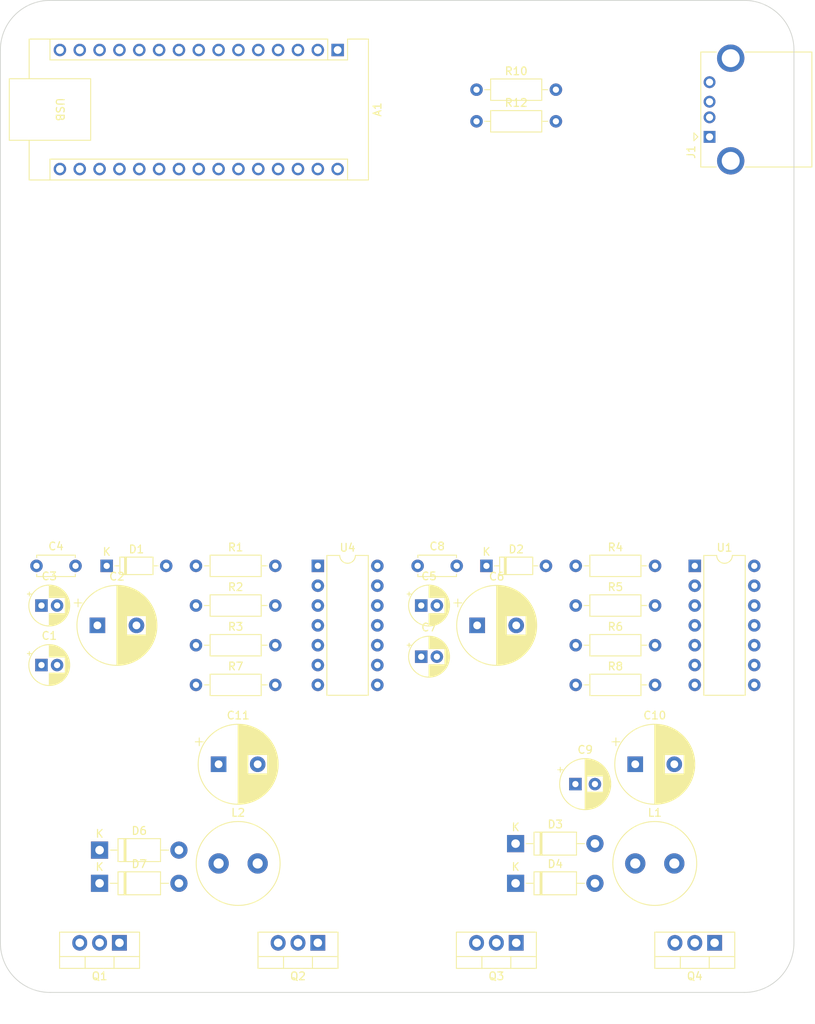
<source format=kicad_pcb>
(kicad_pcb (version 20221018) (generator pcbnew)
  (layers (0 "F.Cu" signal) (31 "B.Cu" signal) (34 "B.Paste" user) (35 "F.Paste" user) (36 "B.SilkS" user "B.Silkscreen") (37 "F.SilkS" user "F.Silkscreen") (38 "B.Mask" user) (39 "F.Mask" user) (44 "Edge.Cuts" user))
  (net 0 "")
  (net 4 "GND")
  (net 12 "PWM_High")
  (net 13 "PWM_Low")
  (net 14 "PWM_MPPT")
  (net 19 "Battery_Voltage")
  (net 20 "PV_Voltage")
  (net 21 "PV_Current")
  (net 27 "5V")
  (net 29 "12V")
  (net 30 "-Bidirectional_DCDC_Load")
  (net 31 "+Bidirectional_DCDC_Load")
  (net 32 "Battery_V_Sensor")
  (net 33 "-DCDC_Load")
  (net 34 "+PV")
  (net 35 "Net-(D1-K)")
  (net 36 "Net-(D2-K)")
  (net 37 "VS")
  (net 38 "+DCDC_Load")
  (net 43 "Gate_High_1")
  (net 44 "Gate_High")
  (net 45 "Gate_Low")
  (net 46 "Net-(U1-LO)")
  (net 47 "Net-(U1-HO)")
  (net 48 "Gate_Low_1")
  (net 50 "VS_1")
  (net 51 "Net-(U4-LO)")
  (net 52 "Net-(U4-HO)")
  (net 59 "Net-(D6-K)")
  (net 60 "Net-(D7-A)")
  (footprint "Capacitor_THT:CP_Radial_D10.0mm_P5.00mm" (layer "F.Cu") (at 53.34 121.92)
    (fp_text reference "C11" (at 2.5 -6.25) (layer "F.SilkS"))
    (fp_text value "1000uF")
    (pad "1" thru_hole rect (at 0 0) (size 2 2) (drill 1) (layers "*.Cu" "*.Mask") (net 33 "-DCDC_Load"))
    (pad "2" thru_hole circle (at 5 0) (size 2 2) (drill 1) (layers "*.Cu" "*.Mask") (net 38 "+DCDC_Load"))
  )
  (footprint "Package_TO_SOT_THT:TO-220-3_Vertical" (layer "F.Cu") (at 40.64 144.78 180)
    (fp_text reference "Q1" (at 2.54 -4.27) (layer "F.SilkS"))
    (fp_text value "IRF540N")
    (pad "1" thru_hole rect (at 0 0 180) (size 1.905 2) (drill 1.1) (layers "*.Cu" "*.Mask") (net 43 "Gate_High_1"))
    (pad "2" thru_hole oval (at 2.54 0 180) (size 1.905 2) (drill 1.1) (layers "*.Cu" "*.Mask") (net 34 "+PV"))
    (pad "3" thru_hole oval (at 5.08 0 180) (size 1.905 2) (drill 1.1) (layers "*.Cu" "*.Mask") (net 59 "Net-(D6-K)"))
  )
  (footprint "Resistor_THT:R_Axial_DIN0207_L6.3mm_D2.5mm_P10.16mm_Horizontal" (layer "F.Cu") (at 50.439775 96.52)
    (fp_text reference "R1" (at 5.08 -2.37) (layer "F.SilkS"))
    (fp_text value "20")
    (pad "1" thru_hole circle (at 0 0) (size 1.6 1.6) (drill 0.8) (layers "*.Cu" "*.Mask") (net 45 "Gate_Low"))
    (pad "2" thru_hole oval (at 10.16 0) (size 1.6 1.6) (drill 0.8) (layers "*.Cu" "*.Mask") (net 51 "Net-(U4-LO)"))
  )
  (footprint "Inductor_THT:L_Radial_D10.5mm_P5.00mm_Abacron_AISR-01" (layer "F.Cu") (at 106.68 134.62)
    (fp_text reference "L1" (at 2.5 -6.5) (layer "F.SilkS"))
    (fp_text value "100mH")
    (pad "1" thru_hole circle (at 0 0) (size 2.6 2.6) (drill 1.3) (layers "*.Cu" "*.Mask") (net 37 "VS"))
    (pad "2" thru_hole circle (at 5 0) (size 2.6 2.6) (drill 1.3) (layers "*.Cu" "*.Mask") (net 32 "Battery_V_Sensor"))
  )
  (footprint "Module:Arduino_Nano" (layer "F.Cu") (at 68.58 30.48 -90)
    (fp_text reference "A1" (at 7.62 -5.08 90) (layer "F.SilkS"))
    (fp_text value "Arduino_Nano_v3.x")
    (fp_text user "USB" (at 7.62 35.56 -90 unlocked) (layer "F.SilkS"))
    (pad "1" thru_hole rect (at 0 0 270) (size 1.6 1.6) (drill 1) (layers "*.Cu" "*.Mask"))
    (pad "2" thru_hole oval (at 0 2.54 270) (size 1.6 1.6) (drill 1) (layers "*.Cu" "*.Mask"))
    (pad "3" thru_hole oval (at 0 5.08 270) (size 1.6 1.6) (drill 1) (layers "*.Cu" "*.Mask"))
    (pad "4" thru_hole oval (at 0 7.62 270) (size 1.6 1.6) (drill 1) (layers "*.Cu" "*.Mask") (net 4 "GND"))
    (pad "5" thru_hole oval (at 0 10.16 270) (size 1.6 1.6) (drill 1) (layers "*.Cu" "*.Mask"))
    (pad "6" thru_hole oval (at 0 12.7 270) (size 1.6 1.6) (drill 1) (layers "*.Cu" "*.Mask"))
    (pad "7" thru_hole oval (at 0 15.24 270) (size 1.6 1.6) (drill 1) (layers "*.Cu" "*.Mask"))
    (pad "8" thru_hole oval (at 0 17.78 270) (size 1.6 1.6) (drill 1) (layers "*.Cu" "*.Mask"))
    (pad "9" thru_hole oval (at 0 20.32 270) (size 1.6 1.6) (drill 1) (layers "*.Cu" "*.Mask"))
    (pad "10" thru_hole oval (at 0 22.86 270) (size 1.6 1.6) (drill 1) (layers "*.Cu" "*.Mask"))
    (pad "11" thru_hole oval (at 0 25.4 270) (size 1.6 1.6) (drill 1) (layers "*.Cu" "*.Mask"))
    (pad "12" thru_hole oval (at 0 27.94 270) (size 1.6 1.6) (drill 1) (layers "*.Cu" "*.Mask") (net 13 "PWM_Low"))
    (pad "13" thru_hole oval (at 0 30.48 270) (size 1.6 1.6) (drill 1) (layers "*.Cu" "*.Mask") (net 12 "PWM_High"))
    (pad "14" thru_hole oval (at 0 33.02 270) (size 1.6 1.6) (drill 1) (layers "*.Cu" "*.Mask") (net 14 "PWM_MPPT"))
    (pad "15" thru_hole oval (at 0 35.56 270) (size 1.6 1.6) (drill 1) (layers "*.Cu" "*.Mask"))
    (pad "16" thru_hole oval (at 15.24 35.56 270) (size 1.6 1.6) (drill 1) (layers "*.Cu" "*.Mask"))
    (pad "17" thru_hole oval (at 15.24 33.02 270) (size 1.6 1.6) (drill 1) (layers "*.Cu" "*.Mask"))
    (pad "18" thru_hole oval (at 15.24 30.48 270) (size 1.6 1.6) (drill 1) (layers "*.Cu" "*.Mask"))
    (pad "19" thru_hole oval (at 15.24 27.94 270) (size 1.6 1.6) (drill 1) (layers "*.Cu" "*.Mask") (net 19 "Battery_Voltage"))
    (pad "20" thru_hole oval (at 15.24 25.4 270) (size 1.6 1.6) (drill 1) (layers "*.Cu" "*.Mask") (net 20 "PV_Voltage"))
    (pad "21" thru_hole oval (at 15.24 22.86 270) (size 1.6 1.6) (drill 1) (layers "*.Cu" "*.Mask") (net 21 "PV_Current"))
    (pad "22" thru_hole oval (at 15.24 20.32 270) (size 1.6 1.6) (drill 1) (layers "*.Cu" "*.Mask"))
    (pad "23" thru_hole oval (at 15.24 17.78 270) (size 1.6 1.6) (drill 1) (layers "*.Cu" "*.Mask"))
    (pad "24" thru_hole oval (at 15.24 15.24 270) (size 1.6 1.6) (drill 1) (layers "*.Cu" "*.Mask"))
    (pad "25" thru_hole oval (at 15.24 12.7 270) (size 1.6 1.6) (drill 1) (layers "*.Cu" "*.Mask"))
    (pad "26" thru_hole oval (at 15.24 10.16 270) (size 1.6 1.6) (drill 1) (layers "*.Cu" "*.Mask"))
    (pad "27" thru_hole oval (at 15.24 7.62 270) (size 1.6 1.6) (drill 1) (layers "*.Cu" "*.Mask") (net 27 "5V"))
    (pad "28" thru_hole oval (at 15.24 5.08 270) (size 1.6 1.6) (drill 1) (layers "*.Cu" "*.Mask"))
    (pad "29" thru_hole oval (at 15.24 2.54 270) (size 1.6 1.6) (drill 1) (layers "*.Cu" "*.Mask") (net 4 "GND"))
    (pad "30" thru_hole oval (at 15.24 0 270) (size 1.6 1.6) (drill 1) (layers "*.Cu" "*.Mask") (net 29 "12V"))
  )
  (footprint "Package_DIP:DIP-14_W7.62mm" (layer "F.Cu") (at 114.3 96.52)
    (fp_text reference "U1" (at 3.81 -2.33) (layer "F.SilkS"))
    (fp_text value "IR2213")
    (pad "1" thru_hole rect (at 0 0) (size 1.6 1.6) (drill 0.8) (layers "*.Cu" "*.Mask") (net 46 "Net-(U1-LO)"))
    (pad "2" thru_hole oval (at 0 2.54) (size 1.6 1.6) (drill 0.8) (layers "*.Cu" "*.Mask") (net 4 "GND"))
    (pad "3" thru_hole oval (at 0 5.08) (size 1.6 1.6) (drill 0.8) (layers "*.Cu" "*.Mask") (net 29 "12V"))
    (pad "4" thru_hole oval (at 0 7.62) (size 1.6 1.6) (drill 0.8) (layers "*.Cu" "*.Mask"))
    (pad "5" thru_hole oval (at 0 10.16) (size 1.6 1.6) (drill 0.8) (layers "*.Cu" "*.Mask") (net 50 "VS_1"))
    (pad "6" thru_hole oval (at 0 12.7) (size 1.6 1.6) (drill 0.8) (layers "*.Cu" "*.Mask") (net 36 "Net-(D2-K)"))
    (pad "7" thru_hole oval (at 0 15.24) (size 1.6 1.6) (drill 0.8) (layers "*.Cu" "*.Mask") (net 47 "Net-(U1-HO)"))
    (pad "8" thru_hole oval (at 7.62 15.24) (size 1.6 1.6) (drill 0.8) (layers "*.Cu" "*.Mask"))
    (pad "9" thru_hole oval (at 7.62 12.7) (size 1.6 1.6) (drill 0.8) (layers "*.Cu" "*.Mask") (net 27 "5V"))
    (pad "10" thru_hole oval (at 7.62 10.16) (size 1.6 1.6) (drill 0.8) (layers "*.Cu" "*.Mask") (net 14 "PWM_MPPT"))
    (pad "11" thru_hole oval (at 7.62 7.62) (size 1.6 1.6) (drill 0.8) (layers "*.Cu" "*.Mask") (net 4 "GND"))
    (pad "12" thru_hole oval (at 7.62 5.08) (size 1.6 1.6) (drill 0.8) (layers "*.Cu" "*.Mask"))
    (pad "13" thru_hole oval (at 7.62 2.54) (size 1.6 1.6) (drill 0.8) (layers "*.Cu" "*.Mask") (net 4 "GND"))
    (pad "14" thru_hole oval (at 7.62 0) (size 1.6 1.6) (drill 0.8) (layers "*.Cu" "*.Mask"))
  )
  (footprint "Diode_THT:D_DO-41_SOD81_P10.16mm_Horizontal" (layer "F.Cu") (at 91.36 132.08)
    (fp_text reference "D3" (at 5.08 -2.47) (layer "F.SilkS"))
    (fp_text value "1N4002")
    (fp_text user "K" (at 0 -2.1) (layer "F.SilkS"))
    (pad "1" thru_hole rect (at 0 0) (size 2.2 2.2) (drill 1.1) (layers "*.Cu" "*.Mask") (net 37 "VS"))
    (pad "2" thru_hole oval (at 10.16 0) (size 2.2 2.2) (drill 1.1) (layers "*.Cu" "*.Mask") (net 31 "+Bidirectional_DCDC_Load"))
  )
  (footprint "Resistor_THT:R_Axial_DIN0207_L6.3mm_D2.5mm_P10.16mm_Horizontal" (layer "F.Cu") (at 99.06 106.68)
    (fp_text reference "R6" (at 5.08 -2.37) (layer "F.SilkS"))
    (fp_text value "20")
    (pad "1" thru_hole circle (at 0 0) (size 1.6 1.6) (drill 0.8) (layers "*.Cu" "*.Mask") (net 47 "Net-(U1-HO)"))
    (pad "2" thru_hole oval (at 10.16 0) (size 1.6 1.6) (drill 0.8) (layers "*.Cu" "*.Mask") (net 43 "Gate_High_1"))
  )
  (footprint "Capacitor_THT:CP_Radial_D5.0mm_P2.00mm" (layer "F.Cu") (at 79.28 101.6)
    (fp_text reference "C5" (at 1 -3.75) (layer "F.SilkS"))
    (fp_text value "10uF")
    (pad "1" thru_hole rect (at 0 0) (size 1.6 1.6) (drill 0.8) (layers "*.Cu" "*.Mask") (net 27 "5V"))
    (pad "2" thru_hole circle (at 2 0) (size 1.6 1.6) (drill 0.8) (layers "*.Cu" "*.Mask") (net 4 "GND"))
  )
  (footprint "Capacitor_THT:CP_Radial_D10.0mm_P5.00mm" (layer "F.Cu") (at 37.819775 104.14)
    (fp_text reference "C2" (at 2.5 -6.25) (layer "F.SilkS"))
    (fp_text value "470uF")
    (pad "1" thru_hole rect (at 0 0) (size 2 2) (drill 1) (layers "*.Cu" "*.Mask") (net 35 "Net-(D1-K)"))
    (pad "2" thru_hole circle (at 5 0) (size 2 2) (drill 1) (layers "*.Cu" "*.Mask") (net 37 "VS"))
  )
  (footprint "Resistor_THT:R_Axial_DIN0207_L6.3mm_D2.5mm_P10.16mm_Horizontal" (layer "F.Cu") (at 50.439775 101.6)
    (fp_text reference "R2" (at 5.08 -2.37) (layer "F.SilkS"))
    (fp_text value "10k")
    (pad "1" thru_hole circle (at 0 0) (size 1.6 1.6) (drill 0.8) (layers "*.Cu" "*.Mask") (net 37 "VS"))
    (pad "2" thru_hole oval (at 10.16 0) (size 1.6 1.6) (drill 0.8) (layers "*.Cu" "*.Mask") (net 44 "Gate_High"))
  )
  (footprint "Capacitor_THT:C_Disc_D4.7mm_W2.5mm_P5.00mm" (layer "F.Cu") (at 30.02 96.52)
    (fp_text reference "C4" (at 2.5 -2.5) (layer "F.SilkS"))
    (fp_text value "100nF")
    (pad "1" thru_hole circle (at 0 0) (size 1.6 1.6) (drill 0.8) (layers "*.Cu" "*.Mask") (net 4 "GND"))
    (pad "2" thru_hole circle (at 5 0) (size 1.6 1.6) (drill 0.8) (layers "*.Cu" "*.Mask") (net 35 "Net-(D1-K)"))
  )
  (footprint "Capacitor_THT:CP_Radial_D5.0mm_P2.00mm" (layer "F.Cu") (at 79.28 108.15)
    (fp_text reference "C7" (at 1 -3.75) (layer "F.SilkS"))
    (fp_text value "100uF")
    (pad "1" thru_hole rect (at 0 0) (size 1.6 1.6) (drill 0.8) (layers "*.Cu" "*.Mask") (net 36 "Net-(D2-K)"))
    (pad "2" thru_hole circle (at 2 0) (size 1.6 1.6) (drill 0.8) (layers "*.Cu" "*.Mask") (net 4 "GND"))
  )
  (footprint "Diode_THT:D_DO-35_SOD27_P7.62mm_Horizontal" (layer "F.Cu") (at 39.009775 96.52)
    (fp_text reference "D1" (at 3.81 -2.12) (layer "F.SilkS"))
    (fp_text value "1N4148")
    (fp_text user "K" (at 0 -1.8) (layer "F.SilkS"))
    (pad "1" thru_hole rect (at 0 0) (size 1.6 1.6) (drill 0.8) (layers "*.Cu" "*.Mask") (net 35 "Net-(D1-K)"))
    (pad "2" thru_hole oval (at 7.62 0) (size 1.6 1.6) (drill 0.8) (layers "*.Cu" "*.Mask") (net 29 "12V"))
  )
  (footprint "Capacitor_THT:CP_Radial_D6.3mm_P2.50mm" (layer "F.Cu") (at 99.02 124.46)
    (fp_text reference "C9" (at 1.25 -4.4) (layer "F.SilkS"))
    (fp_text value "47uF")
    (pad "1" thru_hole rect (at 0 0) (size 1.6 1.6) (drill 0.8) (layers "*.Cu" "*.Mask") (net 30 "-Bidirectional_DCDC_Load"))
    (pad "2" thru_hole circle (at 2.5 0) (size 1.6 1.6) (drill 0.8) (layers "*.Cu" "*.Mask") (net 31 "+Bidirectional_DCDC_Load"))
  )
  (footprint "Connector_USB:USB_A_CONNFLY_DS1095-WNR0" (layer "F.Cu") (at 116.1925 41.6 90)
    (fp_text reference "J1" (at -1.95 -2.35 90) (layer "F.SilkS"))
    (fp_text value "USB_A")
    (pad "1" thru_hole rect (at 0 0 90) (size 1.524 1.524) (drill 0.92) (layers "*.Cu" "*.Mask"))
    (pad "2" thru_hole circle (at 2.5 0 90) (size 1.524 1.524) (drill 0.92) (layers "*.Cu" "*.Mask"))
    (pad "3" thru_hole circle (at 4.5 0 90) (size 1.524 1.524) (drill 0.92) (layers "*.Cu" "*.Mask"))
    (pad "4" thru_hole circle (at 7 0 90) (size 1.524 1.524) (drill 0.92) (layers "*.Cu" "*.Mask"))
    (pad "5" thru_hole circle (at -3.07 2.71 90) (size 3.5 3.5) (drill 2.3) (layers "*.Cu" "*.Mask") (net 4 "GND"))
    (pad "5" thru_hole circle (at 10.07 2.71 90) (size 3.5 3.5) (drill 2.3) (layers "*.Cu" "*.Mask") (net 4 "GND"))
  )
  (footprint "Capacitor_THT:CP_Radial_D10.0mm_P5.00mm" (layer "F.Cu") (at 86.44 104.14)
    (fp_text reference "C6" (at 2.5 -6.25) (layer "F.SilkS"))
    (fp_text value "470uF")
    (pad "1" thru_hole rect (at 0 0) (size 2 2) (drill 1) (layers "*.Cu" "*.Mask") (net 36 "Net-(D2-K)"))
    (pad "2" thru_hole circle (at 5 0) (size 2 2) (drill 1) (layers "*.Cu" "*.Mask") (net 50 "VS_1"))
  )
  (footprint "Package_DIP:DIP-14_W7.62mm" (layer "F.Cu") (at 66.04 96.52)
    (fp_text reference "U4" (at 3.81 -2.33) (layer "F.SilkS"))
    (fp_text value "IR2213")
    (pad "1" thru_hole rect (at 0 0) (size 1.6 1.6) (drill 0.8) (layers "*.Cu" "*.Mask") (net 51 "Net-(U4-LO)"))
    (pad "2" thru_hole oval (at 0 2.54) (size 1.6 1.6) (drill 0.8) (layers "*.Cu" "*.Mask") (net 4 "GND"))
    (pad "3" thru_hole oval (at 0 5.08) (size 1.6 1.6) (drill 0.8) (layers "*.Cu" "*.Mask") (net 29 "12V"))
    (pad "4" thru_hole oval (at 0 7.62) (size 1.6 1.6) (drill 0.8) (layers "*.Cu" "*.Mask"))
    (pad "5" thru_hole oval (at 0 10.16) (size 1.6 1.6) (drill 0.8) (layers "*.Cu" "*.Mask") (net 37 "VS"))
    (pad "6" thru_hole oval (at 0 12.7) (size 1.6 1.6) (drill 0.8) (layers "*.Cu" "*.Mask") (net 35 "Net-(D1-K)"))
    (pad "7" thru_hole oval (at 0 15.24) (size 1.6 1.6) (drill 0.8) (layers "*.Cu" "*.Mask") (net 52 "Net-(U4-HO)"))
    (pad "8" thru_hole oval (at 7.62 15.24) (size 1.6 1.6) (drill 0.8) (layers "*.Cu" "*.Mask"))
    (pad "9" thru_hole oval (at 7.62 12.7) (size 1.6 1.6) (drill 0.8) (layers "*.Cu" "*.Mask") (net 27 "5V"))
    (pad "10" thru_hole oval (at 7.62 10.16) (size 1.6 1.6) (drill 0.8) (layers "*.Cu" "*.Mask") (net 12 "PWM_High"))
    (pad "11" thru_hole oval (at 7.62 7.62) (size 1.6 1.6) (drill 0.8) (layers "*.Cu" "*.Mask") (net 4 "GND"))
    (pad "12" thru_hole oval (at 7.62 5.08) (size 1.6 1.6) (drill 0.8) (layers "*.Cu" "*.Mask") (net 13 "PWM_Low"))
    (pad "13" thru_hole oval (at 7.62 2.54) (size 1.6 1.6) (drill 0.8) (layers "*.Cu" "*.Mask") (net 4 "GND"))
    (pad "14" thru_hole oval (at 7.62 0) (size 1.6 1.6) (drill 0.8) (layers "*.Cu" "*.Mask"))
  )
  (footprint "Diode_THT:D_DO-41_SOD81_P10.16mm_Horizontal" (layer "F.Cu") (at 38.1 132.91)
    (fp_text reference "D6" (at 5.08 -2.47) (layer "F.SilkS"))
    (fp_text value "1N4002")
    (fp_text user "K" (at 0 -2.1) (layer "F.SilkS"))
    (pad "1" thru_hole rect (at 0 0) (size 2.2 2.2) (drill 1.1) (layers "*.Cu" "*.Mask") (net 59 "Net-(D6-K)"))
    (pad "2" thru_hole oval (at 10.16 0) (size 2.2 2.2) (drill 1.1) (layers "*.Cu" "*.Mask") (net 33 "-DCDC_Load"))
  )
  (footprint "Resistor_THT:R_Axial_DIN0207_L6.3mm_D2.5mm_P10.16mm_Horizontal" (layer "F.Cu") (at 99.06 96.52)
    (fp_text reference "R4" (at 5.08 -2.37) (layer "F.SilkS"))
    (fp_text value "20")
    (pad "1" thru_hole circle (at 0 0) (size 1.6 1.6) (drill 0.8) (layers "*.Cu" "*.Mask") (net 48 "Gate_Low_1"))
    (pad "2" thru_hole oval (at 10.16 0) (size 1.6 1.6) (drill 0.8) (layers "*.Cu" "*.Mask") (net 46 "Net-(U1-LO)"))
  )
  (footprint "Resistor_THT:R_Axial_DIN0207_L6.3mm_D2.5mm_P10.16mm_Horizontal" (layer "F.Cu") (at 50.439775 106.68)
    (fp_text reference "R3" (at 5.08 -2.37) (layer "F.SilkS"))
    (fp_text value "20")
    (pad "1" thru_hole circle (at 0 0) (size 1.6 1.6) (drill 0.8) (layers "*.Cu" "*.Mask") (net 52 "Net-(U4-HO)"))
    (pad "2" thru_hole oval (at 10.16 0) (size 1.6 1.6) (drill 0.8) (layers "*.Cu" "*.Mask") (net 44 "Gate_High"))
  )
  (footprint "Resistor_THT:R_Axial_DIN0207_L6.3mm_D2.5mm_P10.16mm_Horizontal" (layer "F.Cu") (at 99.06 101.6)
    (fp_text reference "R5" (at 5.08 -2.37) (layer "F.SilkS"))
    (fp_text value "10k")
    (pad "1" thru_hole circle (at 0 0) (size 1.6 1.6) (drill 0.8) (layers "*.Cu" "*.Mask") (net 50 "VS_1"))
    (pad "2" thru_hole oval (at 10.16 0) (size 1.6 1.6) (drill 0.8) (layers "*.Cu" "*.Mask") (net 43 "Gate_High_1"))
  )
  (footprint "Inductor_THT:L_Radial_D10.5mm_P5.00mm_Abacron_AISR-01" (layer "F.Cu") (at 53.34 134.62)
    (fp_text reference "L2" (at 2.5 -6.5) (layer "F.SilkS"))
    (fp_text value "100mH")
    (pad "1" thru_hole circle (at 0 0) (size 2.6 2.6) (drill 1.3) (layers "*.Cu" "*.Mask") (net 59 "Net-(D6-K)"))
    (pad "2" thru_hole circle (at 5 0) (size 2.6 2.6) (drill 1.3) (layers "*.Cu" "*.Mask") (net 60 "Net-(D7-A)"))
  )
  (footprint "Package_TO_SOT_THT:TO-220-3_Vertical" (layer "F.Cu") (at 116.84 144.78 180)
    (fp_text reference "Q4" (at 2.54 -4.27) (layer "F.SilkS"))
    (fp_text value "IRF540N")
    (pad "1" thru_hole rect (at 0 0 180) (size 1.905 2) (drill 1.1) (layers "*.Cu" "*.Mask") (net 45 "Gate_Low"))
    (pad "2" thru_hole oval (at 2.54 0 180) (size 1.905 2) (drill 1.1) (layers "*.Cu" "*.Mask") (net 37 "VS"))
    (pad "3" thru_hole oval (at 5.08 0 180) (size 1.905 2) (drill 1.1) (layers "*.Cu" "*.Mask") (net 31 "+Bidirectional_DCDC_Load"))
  )
  (footprint "Package_TO_SOT_THT:TO-220-3_Vertical" (layer "F.Cu") (at 91.44 144.78 180)
    (fp_text reference "Q3" (at 2.54 -4.27) (layer "F.SilkS"))
    (fp_text value "IRF540N")
    (pad "1" thru_hole rect (at 0 0 180) (size 1.905 2) (drill 1.1) (layers "*.Cu" "*.Mask") (net 44 "Gate_High"))
    (pad "2" thru_hole oval (at 2.54 0 180) (size 1.905 2) (drill 1.1) (layers "*.Cu" "*.Mask") (net 30 "-Bidirectional_DCDC_Load"))
    (pad "3" thru_hole oval (at 5.08 0 180) (size 1.905 2) (drill 1.1) (layers "*.Cu" "*.Mask") (net 37 "VS"))
  )
  (footprint "Capacitor_THT:CP_Radial_D5.0mm_P2.00mm" (layer "F.Cu") (at 30.659775 109.22)
    (fp_text reference "C1" (at 1 -3.75) (layer "F.SilkS"))
    (fp_text value "10uF")
    (pad "1" thru_hole rect (at 0 0) (size 1.6 1.6) (drill 0.8) (layers "*.Cu" "*.Mask") (net 27 "5V"))
    (pad "2" thru_hole circle (at 2 0) (size 1.6 1.6) (drill 0.8) (layers "*.Cu" "*.Mask") (net 4 "GND"))
  )
  (footprint "Resistor_THT:R_Axial_DIN0207_L6.3mm_D2.5mm_P10.16mm_Horizontal" (layer "F.Cu") (at 99.06 111.76)
    (fp_text reference "R8" (at 5.08 -2.37) (layer "F.SilkS"))
    (fp_text value "10k")
    (pad "1" thru_hole circle (at 0 0) (size 1.6 1.6) (drill 0.8) (layers "*.Cu" "*.Mask") (net 4 "GND"))
    (pad "2" thru_hole oval (at 10.16 0) (size 1.6 1.6) (drill 0.8) (layers "*.Cu" "*.Mask") (net 48 "Gate_Low_1"))
  )
  (footprint "Resistor_THT:R_Axial_DIN0207_L6.3mm_D2.5mm_P10.16mm_Horizontal" (layer "F.Cu") (at 50.439775 111.76)
    (fp_text reference "R7" (at 5.08 -2.37) (layer "F.SilkS"))
    (fp_text value "10k")
    (pad "1" thru_hole circle (at 0 0) (size 1.6 1.6) (drill 0.8) (layers "*.Cu" "*.Mask") (net 4 "GND"))
    (pad "2" thru_hole oval (at 10.16 0) (size 1.6 1.6) (drill 0.8) (layers "*.Cu" "*.Mask") (net 45 "Gate_Low"))
  )
  (footprint "Package_TO_SOT_THT:TO-220-3_Vertical" (layer "F.Cu") (at 66.04 144.78 180)
    (fp_text reference "Q2" (at 2.54 -4.27) (layer "F.SilkS"))
    (fp_text value "IRF540N")
    (pad "1" thru_hole rect (at 0 0 180) (size 1.905 2) (drill 1.1) (layers "*.Cu" "*.Mask") (net 48 "Gate_Low_1"))
    (pad "2" thru_hole oval (at 2.54 0 180) (size 1.905 2) (drill 1.1) (layers "*.Cu" "*.Mask") (net 60 "Net-(D7-A)"))
    (pad "3" thru_hole oval (at 5.08 0 180) (size 1.905 2) (drill 1.1) (layers "*.Cu" "*.Mask") (net 33 "-DCDC_Load"))
  )
  (footprint "Resistor_THT:R_Axial_DIN0207_L6.3mm_D2.5mm_P10.16mm_Horizontal" (layer "F.Cu") (at 86.36 35.56)
    (fp_text reference "R10" (at 5.08 -2.37) (layer "F.SilkS"))
    (fp_text value "1k")
    (pad "1" thru_hole circle (at 0 0) (size 1.6 1.6) (drill 0.8) (layers "*.Cu" "*.Mask") (net 20 "PV_Voltage"))
    (pad "2" thru_hole oval (at 10.16 0) (size 1.6 1.6) (drill 0.8) (layers "*.Cu" "*.Mask") (net 4 "GND"))
  )
  (footprint "Capacitor_THT:C_Disc_D4.7mm_W2.5mm_P5.00mm" (layer "F.Cu") (at 78.82 96.52)
    (fp_text reference "C8" (at 2.5 -2.5) (layer "F.SilkS"))
    (fp_text value "100nF")
    (pad "1" thru_hole circle (at 0 0) (size 1.6 1.6) (drill 0.8) (layers "*.Cu" "*.Mask") (net 4 "GND"))
    (pad "2" thru_hole circle (at 5 0) (size 1.6 1.6) (drill 0.8) (layers "*.Cu" "*.Mask") (net 36 "Net-(D2-K)"))
  )
  (footprint "Capacitor_THT:CP_Radial_D5.0mm_P2.00mm" (layer "F.Cu") (at 30.659775 101.6)
    (fp_text reference "C3" (at 1 -3.75) (layer "F.SilkS"))
    (fp_text value "100uF")
    (pad "1" thru_hole rect (at 0 0) (size 1.6 1.6) (drill 0.8) (layers "*.Cu" "*.Mask") (net 35 "Net-(D1-K)"))
    (pad "2" thru_hole circle (at 2 0) (size 1.6 1.6) (drill 0.8) (layers "*.Cu" "*.Mask") (net 4 "GND"))
  )
  (footprint "Diode_THT:D_DO-35_SOD27_P7.62mm_Horizontal" (layer "F.Cu") (at 87.63 96.52)
    (fp_text reference "D2" (at 3.81 -2.12) (layer "F.SilkS"))
    (fp_text value "1N4148")
    (fp_text user "K" (at 0 -1.8) (layer "F.SilkS"))
    (pad "1" thru_hole rect (at 0 0) (size 1.6 1.6) (drill 0.8) (layers "*.Cu" "*.Mask") (net 36 "Net-(D2-K)"))
    (pad "2" thru_hole oval (at 7.62 0) (size 1.6 1.6) (drill 0.8) (layers "*.Cu" "*.Mask") (net 29 "12V"))
  )
  (footprint "Resistor_THT:R_Axial_DIN0207_L6.3mm_D2.5mm_P10.16mm_Horizontal" (layer "F.Cu") (at 86.36 39.61)
    (fp_text reference "R12" (at 5.08 -2.37) (layer "F.SilkS"))
    (fp_text value "1k")
    (pad "1" thru_hole circle (at 0 0) (size 1.6 1.6) (drill 0.8) (layers "*.Cu" "*.Mask") (net 19 "Battery_Voltage"))
    (pad "2" thru_hole oval (at 10.16 0) (size 1.6 1.6) (drill 0.8) (layers "*.Cu" "*.Mask") (net 4 "GND"))
  )
  (footprint "Diode_THT:D_DO-41_SOD81_P10.16mm_Horizontal" (layer "F.Cu") (at 91.36 137.16)
    (fp_text reference "D4" (at 5.08 -2.47) (layer "F.SilkS"))
    (fp_text value "1N4002")
    (fp_text user "K" (at 0 -2.1) (layer "F.SilkS"))
    (pad "1" thru_hole rect (at 0 0) (size 2.2 2.2) (drill 1.1) (layers "*.Cu" "*.Mask") (net 30 "-Bidirectional_DCDC_Load"))
    (pad "2" thru_hole oval (at 10.16 0) (size 2.2 2.2) (drill 1.1) (layers "*.Cu" "*.Mask") (net 37 "VS"))
  )
  (footprint "Capacitor_THT:CP_Radial_D10.0mm_P5.00mm" (layer "F.Cu") (at 106.68 121.92)
    (fp_text reference "C10" (at 2.5 -6.25) (layer "F.SilkS"))
    (fp_text value "470uF")
    (pad "1" thru_hole rect (at 0 0) (size 2 2) (drill 1) (layers "*.Cu" "*.Mask") (net 32 "Battery_V_Sensor"))
    (pad "2" thru_hole circle (at 5 0) (size 2 2) (drill 1) (layers "*.Cu" "*.Mask") (net 31 "+Bidirectional_DCDC_Load"))
  )
  (footprint "Diode_THT:D_DO-41_SOD81_P10.16mm_Horizontal" (layer "F.Cu") (at 38.1 137.16)
    (fp_text reference "D7" (at 5.08 -2.47) (layer "F.SilkS"))
    (fp_text value "1N4002")
    (fp_text user "K" (at 0 -2.1) (layer "F.SilkS"))
    (pad "1" thru_hole rect (at 0 0) (size 2.2 2.2) (drill 1.1) (layers "*.Cu" "*.Mask") (net 38 "+DCDC_Load"))
    (pad "2" thru_hole oval (at 10.16 0) (size 2.2 2.2) (drill 1.1) (layers "*.Cu" "*.Mask") (net 60 "Net-(D7-A)"))
  )
  (gr_line (start 31.75 24.13) (end 120.65 24.13) (stroke (width 0.1)) (layer "Edge.Cuts"))
  (gr_arc (start 120.65 24.13) (mid 125.140128 25.989872) (end 127 30.48) (stroke (width 0.1)) (layer "Edge.Cuts"))
  (gr_arc (start 31.75 151.13) (mid 27.259872 149.270128) (end 25.4 144.78) (stroke (width 0.1)) (layer "Edge.Cuts"))
  (gr_arc (start 25.4 30.48) (mid 27.259872 25.989872) (end 31.75 24.13) (stroke (width 0.1)) (layer "Edge.Cuts"))
  (gr_line (start 120.65 151.13) (end 31.75 151.13) (stroke (width 0.1)) (layer "Edge.Cuts"))
  (gr_line (start 127 30.48) (end 127 144.78) (stroke (width 0.1)) (layer "Edge.Cuts"))
  (gr_arc (start 127 144.78) (mid 125.140128 149.270128) (end 120.65 151.13) (stroke (width 0.1)) (layer "Edge.Cuts"))
  (gr_line (start 25.4 144.78) (end 25.4 30.48) (stroke (width 0.1)) (layer "Edge.Cuts"))
)
</source>
